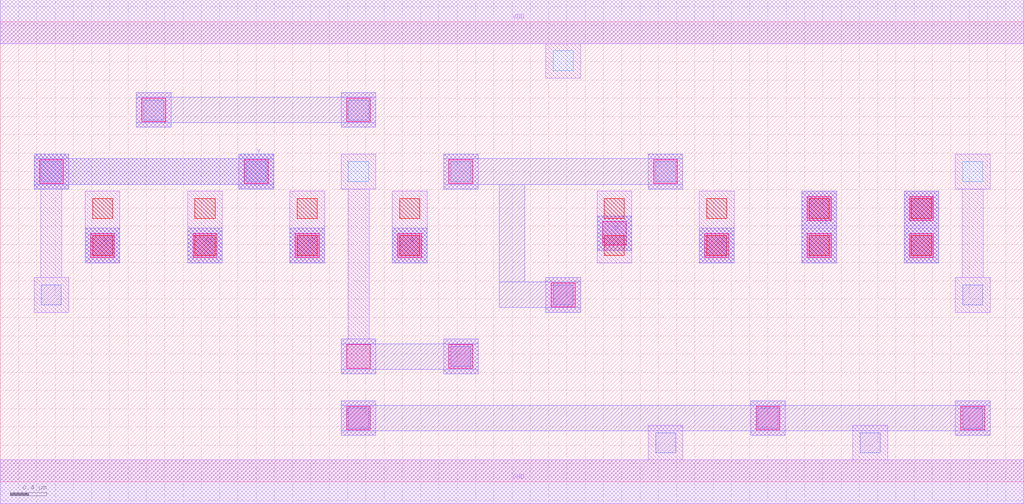
<source format=lef>
MACRO AOOAOI3131
 CLASS CORE ;
 FOREIGN AOOAOI3131 0 0 ;
 SIZE 11.200000000000001 BY 5.04 ;
 ORIGIN 0 0 ;
 SYMMETRY X Y R90 ;
 SITE unit ;
  PIN VDD
   DIRECTION INOUT ;
   USE POWER ;
   SHAPE ABUTMENT ;
    PORT
     CLASS CORE ;
       LAYER met1 ;
        RECT 0.00000000 4.80000000 11.20000000 5.28000000 ;
    END
  END VDD

  PIN GND
   DIRECTION INOUT ;
   USE POWER ;
   SHAPE ABUTMENT ;
    PORT
     CLASS CORE ;
       LAYER met1 ;
        RECT 0.00000000 -0.24000000 11.20000000 0.24000000 ;
    END
  END GND

  PIN Y
   DIRECTION INOUT ;
   USE SIGNAL ;
   SHAPE ABUTMENT ;
    PORT
     CLASS CORE ;
       LAYER met2 ;
        RECT 0.37000000 3.20700000 0.75000000 3.25700000 ;
        RECT 2.61000000 3.20700000 2.99000000 3.25700000 ;
        RECT 0.37000000 3.25700000 2.99000000 3.53700000 ;
        RECT 0.37000000 3.53700000 0.75000000 3.58700000 ;
        RECT 2.61000000 3.53700000 2.99000000 3.58700000 ;
    END
  END Y

  PIN C1
   DIRECTION INOUT ;
   USE SIGNAL ;
   SHAPE ABUTMENT ;
    PORT
     CLASS CORE ;
       LAYER met2 ;
        RECT 8.77000000 2.39700000 9.15000000 3.18200000 ;
    END
  END C1

  PIN A2
   DIRECTION INOUT ;
   USE SIGNAL ;
   SHAPE ABUTMENT ;
    PORT
     CLASS CORE ;
       LAYER met2 ;
        RECT 3.17000000 2.39700000 3.55000000 2.77700000 ;
    END
  END A2

  PIN C
   DIRECTION INOUT ;
   USE SIGNAL ;
   SHAPE ABUTMENT ;
    PORT
     CLASS CORE ;
       LAYER met2 ;
        RECT 9.89000000 2.39700000 10.27000000 3.18200000 ;
    END
  END C

  PIN A1
   DIRECTION INOUT ;
   USE SIGNAL ;
   SHAPE ABUTMENT ;
    PORT
     CLASS CORE ;
       LAYER met2 ;
        RECT 2.05000000 2.39700000 2.43000000 2.77700000 ;
    END
  END A1

  PIN A
   DIRECTION INOUT ;
   USE SIGNAL ;
   SHAPE ABUTMENT ;
    PORT
     CLASS CORE ;
       LAYER met2 ;
        RECT 0.93000000 2.39700000 1.31000000 2.77700000 ;
    END
  END A

  PIN B
   DIRECTION INOUT ;
   USE SIGNAL ;
   SHAPE ABUTMENT ;
    PORT
     CLASS CORE ;
       LAYER met2 ;
        RECT 4.29000000 2.39700000 4.67000000 2.77700000 ;
    END
  END B

  PIN C2
   DIRECTION INOUT ;
   USE SIGNAL ;
   SHAPE ABUTMENT ;
    PORT
     CLASS CORE ;
       LAYER met2 ;
        RECT 7.65000000 2.39700000 8.03000000 2.77700000 ;
    END
  END C2

  PIN D
   DIRECTION INOUT ;
   USE SIGNAL ;
   SHAPE ABUTMENT ;
    PORT
     CLASS CORE ;
       LAYER met2 ;
        RECT 6.53000000 2.53200000 6.91000000 2.91200000 ;
    END
  END D

 OBS
    LAYER polycont ;
     RECT 1.01000000 2.47700000 1.23000000 2.69700000 ;
     RECT 2.13000000 2.47700000 2.35000000 2.69700000 ;
     RECT 3.25000000 2.47700000 3.47000000 2.69700000 ;
     RECT 4.37000000 2.47700000 4.59000000 2.69700000 ;
     RECT 6.61000000 2.47700000 6.83000000 2.69700000 ;
     RECT 7.73000000 2.47700000 7.95000000 2.69700000 ;
     RECT 8.85000000 2.47700000 9.07000000 2.69700000 ;
     RECT 9.97000000 2.47700000 10.19000000 2.69700000 ;
     RECT 1.01000000 2.88200000 1.23000000 3.10200000 ;
     RECT 2.13000000 2.88200000 2.35000000 3.10200000 ;
     RECT 3.25000000 2.88200000 3.47000000 3.10200000 ;
     RECT 4.37000000 2.88200000 4.59000000 3.10200000 ;
     RECT 6.61000000 2.88200000 6.83000000 3.10200000 ;
     RECT 7.73000000 2.88200000 7.95000000 3.10200000 ;
     RECT 8.85000000 2.88200000 9.07000000 3.10200000 ;
     RECT 9.97000000 2.88200000 10.19000000 3.10200000 ;

    LAYER pdiffc ;
     RECT 0.45000000 3.28700000 0.67000000 3.50700000 ;
     RECT 2.69000000 3.28700000 2.91000000 3.50700000 ;
     RECT 3.81000000 3.28700000 4.03000000 3.50700000 ;
     RECT 4.93000000 3.28700000 5.15000000 3.50700000 ;
     RECT 7.17000000 3.28700000 7.39000000 3.50700000 ;
     RECT 10.53000000 3.28700000 10.75000000 3.50700000 ;
     RECT 1.57000000 3.96200000 1.79000000 4.18200000 ;
     RECT 3.81000000 3.96200000 4.03000000 4.18200000 ;
     RECT 6.05000000 4.50200000 6.27000000 4.72200000 ;

    LAYER ndiffc ;
     RECT 7.17000000 0.31700000 7.39000000 0.53700000 ;
     RECT 9.41000000 0.31700000 9.63000000 0.53700000 ;
     RECT 3.81000000 0.58700000 4.03000000 0.80700000 ;
     RECT 8.29000000 0.58700000 8.51000000 0.80700000 ;
     RECT 10.53000000 0.58700000 10.75000000 0.80700000 ;
     RECT 4.93000000 1.26200000 5.15000000 1.48200000 ;
     RECT 0.45000000 1.93700000 0.67000000 2.15700000 ;
     RECT 6.05000000 1.93700000 6.27000000 2.15700000 ;
     RECT 10.53000000 1.93700000 10.75000000 2.15700000 ;

    LAYER met1 ;
     RECT 0.00000000 -0.24000000 11.20000000 0.24000000 ;
     RECT 7.09000000 0.24000000 7.47000000 0.61700000 ;
     RECT 9.33000000 0.24000000 9.71000000 0.61700000 ;
     RECT 3.73000000 0.50700000 4.11000000 0.88700000 ;
     RECT 8.21000000 0.50700000 8.59000000 0.88700000 ;
     RECT 10.45000000 0.50700000 10.83000000 0.88700000 ;
     RECT 4.85000000 1.18200000 5.23000000 1.56200000 ;
     RECT 5.97000000 1.85700000 6.35000000 2.23700000 ;
     RECT 8.77000000 2.39700000 9.15000000 2.77700000 ;
     RECT 9.89000000 2.39700000 10.27000000 2.77700000 ;
     RECT 0.93000000 2.39700000 1.31000000 3.18200000 ;
     RECT 2.05000000 2.39700000 2.43000000 3.18200000 ;
     RECT 3.17000000 2.39700000 3.55000000 3.18200000 ;
     RECT 4.29000000 2.39700000 4.67000000 3.18200000 ;
     RECT 6.53000000 2.39700000 6.91000000 3.18200000 ;
     RECT 7.65000000 2.39700000 8.03000000 3.18200000 ;
     RECT 8.77000000 2.80200000 9.15000000 3.18200000 ;
     RECT 9.89000000 2.80200000 10.27000000 3.18200000 ;
     RECT 0.37000000 1.85700000 0.75000000 2.23700000 ;
     RECT 0.44500000 2.23700000 0.67500000 3.20700000 ;
     RECT 0.37000000 3.20700000 0.75000000 3.58700000 ;
     RECT 2.61000000 3.20700000 2.99000000 3.58700000 ;
     RECT 3.73000000 1.18200000 4.11000000 1.56200000 ;
     RECT 3.80500000 1.56200000 4.03500000 3.20700000 ;
     RECT 3.73000000 3.20700000 4.11000000 3.58700000 ;
     RECT 4.85000000 3.20700000 5.23000000 3.58700000 ;
     RECT 7.09000000 3.20700000 7.47000000 3.58700000 ;
     RECT 10.45000000 1.85700000 10.83000000 2.23700000 ;
     RECT 10.52500000 2.23700000 10.75500000 3.20700000 ;
     RECT 10.45000000 3.20700000 10.83000000 3.58700000 ;
     RECT 1.49000000 3.88200000 1.87000000 4.26200000 ;
     RECT 3.73000000 3.88200000 4.11000000 4.26200000 ;
     RECT 5.97000000 4.42200000 6.35000000 4.80000000 ;
     RECT 0.00000000 4.80000000 11.20000000 5.28000000 ;

    LAYER via1 ;
     RECT 3.79000000 0.56700000 4.05000000 0.82700000 ;
     RECT 8.27000000 0.56700000 8.53000000 0.82700000 ;
     RECT 10.51000000 0.56700000 10.77000000 0.82700000 ;
     RECT 3.79000000 1.24200000 4.05000000 1.50200000 ;
     RECT 4.91000000 1.24200000 5.17000000 1.50200000 ;
     RECT 6.03000000 1.91700000 6.29000000 2.17700000 ;
     RECT 0.99000000 2.45700000 1.25000000 2.71700000 ;
     RECT 2.11000000 2.45700000 2.37000000 2.71700000 ;
     RECT 3.23000000 2.45700000 3.49000000 2.71700000 ;
     RECT 4.35000000 2.45700000 4.61000000 2.71700000 ;
     RECT 7.71000000 2.45700000 7.97000000 2.71700000 ;
     RECT 8.83000000 2.45700000 9.09000000 2.71700000 ;
     RECT 9.95000000 2.45700000 10.21000000 2.71700000 ;
     RECT 6.59000000 2.59200000 6.85000000 2.85200000 ;
     RECT 8.83000000 2.86200000 9.09000000 3.12200000 ;
     RECT 9.95000000 2.86200000 10.21000000 3.12200000 ;
     RECT 0.43000000 3.26700000 0.69000000 3.52700000 ;
     RECT 2.67000000 3.26700000 2.93000000 3.52700000 ;
     RECT 4.91000000 3.26700000 5.17000000 3.52700000 ;
     RECT 7.15000000 3.26700000 7.41000000 3.52700000 ;
     RECT 1.55000000 3.94200000 1.81000000 4.20200000 ;
     RECT 3.79000000 3.94200000 4.05000000 4.20200000 ;

    LAYER met2 ;
     RECT 3.73000000 0.50700000 4.11000000 0.55700000 ;
     RECT 8.21000000 0.50700000 8.59000000 0.55700000 ;
     RECT 10.45000000 0.50700000 10.83000000 0.55700000 ;
     RECT 3.73000000 0.55700000 10.83000000 0.83700000 ;
     RECT 3.73000000 0.83700000 4.11000000 0.88700000 ;
     RECT 8.21000000 0.83700000 8.59000000 0.88700000 ;
     RECT 10.45000000 0.83700000 10.83000000 0.88700000 ;
     RECT 3.73000000 1.18200000 4.11000000 1.23200000 ;
     RECT 4.85000000 1.18200000 5.23000000 1.23200000 ;
     RECT 3.73000000 1.23200000 5.23000000 1.51200000 ;
     RECT 3.73000000 1.51200000 4.11000000 1.56200000 ;
     RECT 4.85000000 1.51200000 5.23000000 1.56200000 ;
     RECT 0.93000000 2.39700000 1.31000000 2.77700000 ;
     RECT 2.05000000 2.39700000 2.43000000 2.77700000 ;
     RECT 3.17000000 2.39700000 3.55000000 2.77700000 ;
     RECT 4.29000000 2.39700000 4.67000000 2.77700000 ;
     RECT 7.65000000 2.39700000 8.03000000 2.77700000 ;
     RECT 6.53000000 2.53200000 6.91000000 2.91200000 ;
     RECT 8.77000000 2.39700000 9.15000000 3.18200000 ;
     RECT 9.89000000 2.39700000 10.27000000 3.18200000 ;
     RECT 0.37000000 3.20700000 0.75000000 3.25700000 ;
     RECT 2.61000000 3.20700000 2.99000000 3.25700000 ;
     RECT 0.37000000 3.25700000 2.99000000 3.53700000 ;
     RECT 0.37000000 3.53700000 0.75000000 3.58700000 ;
     RECT 2.61000000 3.53700000 2.99000000 3.58700000 ;
     RECT 5.97000000 1.85700000 6.35000000 1.90700000 ;
     RECT 5.46000000 1.90700000 6.35000000 2.18700000 ;
     RECT 5.97000000 2.18700000 6.35000000 2.23700000 ;
     RECT 4.85000000 3.20700000 5.23000000 3.25700000 ;
     RECT 5.46000000 2.18700000 5.74000000 3.25700000 ;
     RECT 7.09000000 3.20700000 7.47000000 3.25700000 ;
     RECT 4.85000000 3.25700000 7.47000000 3.53700000 ;
     RECT 4.85000000 3.53700000 5.23000000 3.58700000 ;
     RECT 7.09000000 3.53700000 7.47000000 3.58700000 ;
     RECT 1.49000000 3.88200000 1.87000000 3.93200000 ;
     RECT 3.73000000 3.88200000 4.11000000 3.93200000 ;
     RECT 1.49000000 3.93200000 4.11000000 4.21200000 ;
     RECT 1.49000000 4.21200000 1.87000000 4.26200000 ;
     RECT 3.73000000 4.21200000 4.11000000 4.26200000 ;

 END
END AOOAOI3131

</source>
